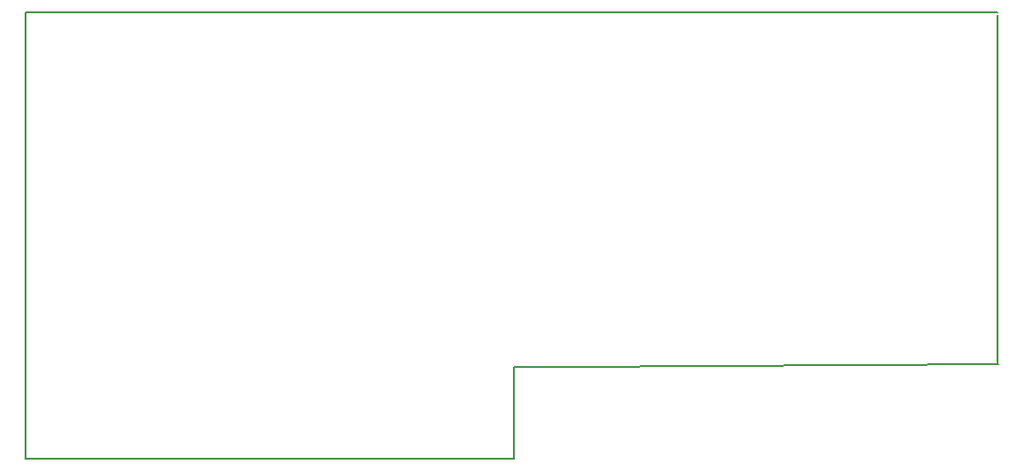
<source format=gm1>
G04 #@! TF.GenerationSoftware,KiCad,Pcbnew,(5.0.0-3-g5ebb6b6)*
G04 #@! TF.CreationDate,2018-09-28T14:58:41+02:00*
G04 #@! TF.ProjectId,VESC-5,564553432D352E6B696361645F706362,A*
G04 #@! TF.SameCoordinates,Original*
G04 #@! TF.FileFunction,Profile,NP*
%FSLAX46Y46*%
G04 Gerber Fmt 4.6, Leading zero omitted, Abs format (unit mm)*
G04 Created by KiCad (PCBNEW (5.0.0-3-g5ebb6b6)) date 2018 September 28, Friday 14:58:41*
%MOMM*%
%LPD*%
G01*
G04 APERTURE LIST*
%ADD10C,0.200000*%
%ADD11C,0.150000*%
G04 APERTURE END LIST*
D10*
X195453000Y-115824000D02*
X234061000Y-115570000D01*
X190754000Y-115824000D02*
X195453000Y-115824000D01*
X190754000Y-124000000D02*
X190754000Y-115824000D01*
D11*
X234000000Y-115570000D02*
X234000000Y-84328000D01*
X147000000Y-124000000D02*
X190754000Y-124000000D01*
X147000000Y-84000000D02*
X234000000Y-84000000D01*
X147000000Y-84000000D02*
X147000000Y-124000000D01*
M02*

</source>
